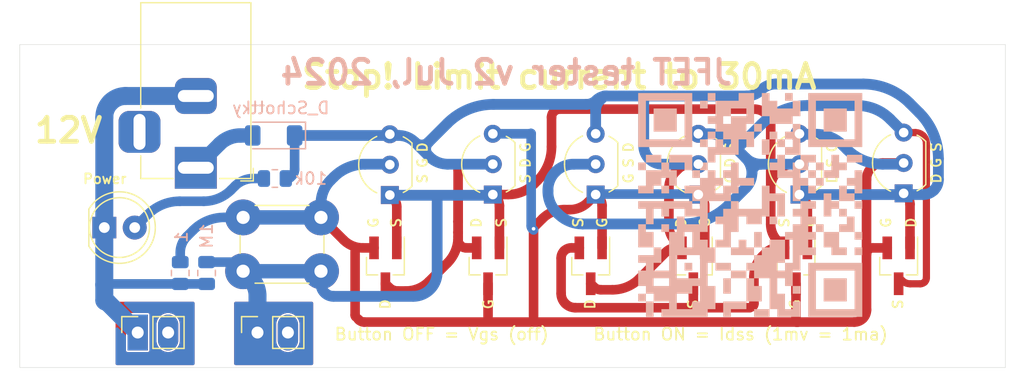
<source format=kicad_pcb>
(kicad_pcb (version 20240108) (generator "pcbnew") (generator_version "8.0")
  (title_block (rev "1"))
  (layers (0 "F.Cu" signal "Front") (1 "In1.Cu" signal) (2 "In2.Cu" signal) (31 "B.Cu" signal "Back") (34 "B.Paste" user) (35 "F.Paste" user) (36 "B.SilkS" user "B.Silkscreen") (37 "F.SilkS" user "F.Silkscreen") (38 "B.Mask" user) (39 "F.Mask" user) (44 "Edge.Cuts" user))
  (net 0 "")
  (net 1 "+12V")
  (net 2 "Net-(D1-A)")
  (net 3 "DMM-")
  (net 4 "Net-(D2-A)")
  (net 5 "Net-(Q1-G)")
  (net 6 "DMM+")
  (footprint "Package_TO_SOT_SMD:SOT-23_Handsoldering" (layer "F.Cu") (at 136.54 84.1975 -90)
    (property "Reference" "Q9" (hide yes))
    (property "Value" "Q_NJFET_GDS")
    (pad "1" smd rect (at -1.5 -0.95 270) (size 1.9 0.8) (layers "F.Cu" "F.Paste" "F.Mask") (net 5 "Net-(Q1-G)"))
    (pad "2" smd rect (at -1.5 0.95 270) (size 1.9 0.8) (layers "F.Cu" "F.Paste" "F.Mask") (net 1 "+12V"))
    (pad "3" smd rect (at 1.5 0 270) (size 1.9 0.8) (layers "F.Cu" "F.Paste" "F.Mask") (net 6 "DMM+"))
  )
  (footprint "Package_TO_SOT_THT:TO-92_Inline_Wide" (layer "F.Cu") (at 154.1 78.14 90)
    (property "Reference" "Q1" (hide yes))
    (property "Value" "Q_NJFET_DGS")
    (pad "1" thru_hole rect (at 0 0 90) (size 1.5 1.5) (drill 0.8) (layers "*.Cu" "*.Mask") (net 1 "+12V"))
    (pad "2" thru_hole circle (at 2.54 0 90) (size 1.5 1.5) (drill 0.8) (layers "*.Cu" "*.Mask") (net 5 "Net-(Q1-G)"))
    (pad "3" thru_hole circle (at 5.08 0 90) (size 1.5 1.5) (drill 0.8) (layers "*.Cu" "*.Mask") (net 6 "DMM+"))
  )
  (footprint "Package_TO_SOT_SMD:SOT-23_Handsoldering" (layer "F.Cu") (at 127.97 84.1975 -90)
    (property "Reference" "Q10" (hide yes))
    (property "Value" "Q_NJFET_GSD")
    (pad "1" smd rect (at -1.5 -0.95 270) (size 1.9 0.8) (layers "F.Cu" "F.Paste" "F.Mask") (net 5 "Net-(Q1-G)"))
    (pad "2" smd rect (at -1.5 0.95 270) (size 1.9 0.8) (layers "F.Cu" "F.Paste" "F.Mask") (net 6 "DMM+"))
    (pad "3" smd rect (at 1.5 0 270) (size 1.9 0.8) (layers "F.Cu" "F.Paste" "F.Mask") (net 1 "+12V"))
  )
  (footprint "Package_TO_SOT_THT:TO-92_Inline_Wide" (layer "F.Cu") (at 119.8 78.24 90)
    (property "Reference" "Q5" (hide yes))
    (property "Value" "Q_NJFET_SDG")
    (pad "1" thru_hole rect (at 0 0 90) (size 1.5 1.5) (drill 0.8) (layers "*.Cu" "*.Mask") (net 6 "DMM+"))
    (pad "2" thru_hole circle (at 2.54 0 90) (size 1.5 1.5) (drill 0.8) (layers "*.Cu" "*.Mask") (net 1 "+12V"))
    (pad "3" thru_hole circle (at 5.08 0 90) (size 1.5 1.5) (drill 0.8) (layers "*.Cu" "*.Mask") (net 5 "Net-(Q1-G)"))
  )
  (footprint "Package_TO_SOT_SMD:SOT-23_Handsoldering" (layer "F.Cu") (at 119.4 84.1975 -90)
    (property "Reference" "Q11" (hide yes))
    (property "Value" "Q_NJFET_SDG")
    (pad "1" smd rect (at -1.5 -0.95 270) (size 1.9 0.8) (layers "F.Cu" "F.Paste" "F.Mask") (net 6 "DMM+"))
    (pad "2" smd rect (at -1.5 0.95 270) (size 1.9 0.8) (layers "F.Cu" "F.Paste" "F.Mask") (net 1 "+12V"))
    (pad "3" smd rect (at 1.5 0 270) (size 1.9 0.8) (layers "F.Cu" "F.Paste" "F.Mask") (net 5 "Net-(Q1-G)"))
  )
  (footprint "LED_THT:LED_D5.0mm" (layer "F.Cu") (at 87.36 81)
    (property "Reference" "D2" (hide yes))
    (property "Value" "OK")
    (pad "1" thru_hole rect (at 0 0) (size 2 1.8) (drill 0.9) (layers "*.Cu" "*.Mask") (net 3 "DMM-"))
    (pad "2" thru_hole circle (at 2.54 0) (size 2 1.8) (drill 0.9) (layers "*.Cu" "*.Mask") (net 4 "Net-(D2-A)"))
  )
  (footprint "Package_TO_SOT_SMD:SOT-23_Handsoldering" (layer "F.Cu") (at 145.11 84.1975 -90)
    (property "Reference" "Q8" (hide yes))
    (property "Value" "Q_NJFET_DSG")
    (pad "1" smd rect (at -1.5 -0.95 270) (size 1.9 0.8) (layers "F.Cu" "F.Paste" "F.Mask") (net 1 "+12V"))
    (pad "2" smd rect (at -1.5 0.95 270) (size 1.9 0.8) (layers "F.Cu" "F.Paste" "F.Mask") (net 6 "DMM+"))
    (pad "3" smd rect (at 1.5 0 270) (size 1.9 0.8) (layers "F.Cu" "F.Paste" "F.Mask") (net 5 "Net-(Q1-G)"))
  )
  (footprint "Button_Switch_THT:SW_PUSH_6mm" (layer "F.Cu") (at 98.95 80.15)
    (property "Reference" "SW1" (hide yes))
    (property "Value" "B1")
    (pad "1" thru_hole circle (at 0 0 90) (size 3 2) (drill 1.1) (layers "*.Cu" "*.Mask") (net 5 "Net-(Q1-G)"))
    (pad "1" thru_hole circle (at 6.5 0 90) (size 3 2) (drill 1.1) (layers "*.Cu" "*.Mask") (net 5 "Net-(Q1-G)"))
    (pad "2" thru_hole circle (at 0 4.5 90) (size 3 2) (drill 1.1) (layers "*.Cu" "*.Mask") (net 6 "DMM+"))
    (pad "2" thru_hole circle (at 6.5 4.5 90) (size 3 2) (drill 1.1) (layers "*.Cu" "*.Mask") (net 6 "DMM+"))
  )
  (footprint "Package_TO_SOT_THT:TO-92_Inline_Wide" (layer "F.Cu") (at 128.384 78.24 90)
    (property "Reference" "Q4" (hide yes))
    (property "Value" "Q_NJFET_GSD")
    (pad "1" thru_hole rect (at 0 0 90) (size 1.5 1.5) (drill 0.8) (layers "*.Cu" "*.Mask") (net 5 "Net-(Q1-G)"))
    (pad "2" thru_hole circle (at 2.54 0 90) (size 1.5 1.5) (drill 0.8) (layers "*.Cu" "*.Mask") (net 6 "DMM+"))
    (pad "3" thru_hole circle (at 5.08 0 90) (size 1.5 1.5) (drill 0.8) (layers "*.Cu" "*.Mask") (net 1 "+12V"))
  )
  (footprint "Connector_BarrelJack:BarrelJack_Horizontal" (layer "F.Cu") (at 95 76 -90)
    (property "Reference" "J1" (hide yes))
    (property "Value" "Barrel_Jack")
    (pad "1" thru_hole rect (at 0 0 270) (size 3.5 3.5) (drill oval 1 3) (layers "*.Cu" "*.Mask") (net 2 "Net-(D1-A)"))
    (pad "2" thru_hole roundrect (at -6 0 270) (size 3 3.5) (drill oval 1 3) (layers "*.Cu" "*.Mask") (net 3 "DMM-"))
    (pad "3" thru_hole roundrect (at -3 4.7 270) (size 3.5 3.5) (drill oval 3 1) (layers "*.Cu" "*.Mask"))
  )
  (footprint "Package_TO_SOT_THT:TO-92_Inline_Wide" (layer "F.Cu") (at 136.956 78.24 90)
    (property "Reference" "Q3" (hide yes))
    (property "Value" "Q_NJFET_GDS")
    (pad "1" thru_hole rect (at 0 0 90) (size 1.5 1.5) (drill 0.8) (layers "*.Cu" "*.Mask") (net 5 "Net-(Q1-G)"))
    (pad "2" thru_hole circle (at 2.54 0 90) (size 1.5 1.5) (drill 0.8) (layers "*.Cu" "*.Mask") (net 1 "+12V"))
    (pad "3" thru_hole circle (at 5.08 0 90) (size 1.5 1.5) (drill 0.8) (layers "*.Cu" "*.Mask") (net 6 "DMM+"))
  )
  (footprint "Package_TO_SOT_SMD:SOT-23_Handsoldering" (layer "F.Cu") (at 153.68 84.1975 -90)
    (property "Reference" "Q7" (hide yes))
    (property "Value" "Q_NJFET_DGS")
    (pad "1" smd rect (at -1.5 -0.95 270) (size 1.9 0.8) (layers "F.Cu" "F.Paste" "F.Mask") (net 1 "+12V"))
    (pad "2" smd rect (at -1.5 0.95 270) (size 1.9 0.8) (layers "F.Cu" "F.Paste" "F.Mask") (net 5 "Net-(Q1-G)"))
    (pad "3" smd rect (at 1.5 0 270) (size 1.9 0.8) (layers "F.Cu" "F.Paste" "F.Mask") (net 6 "DMM+"))
  )
  (footprint "Package_TO_SOT_THT:TO-92_Inline_Wide" (layer "F.Cu") (at 111.2 78.28 90)
    (property "Reference" "Q6" (hide yes))
    (property "Value" "Q_NJFET_SGD")
    (pad "1" thru_hole rect (at 0 0 90) (size 1.5 1.5) (drill 0.8) (layers "*.Cu" "*.Mask") (net 6 "DMM+"))
    (pad "2" thru_hole circle (at 2.54 0 90) (size 1.5 1.5) (drill 0.8) (layers "*.Cu" "*.Mask") (net 5 "Net-(Q1-G)"))
    (pad "3" thru_hole circle (at 5.08 0 90) (size 1.5 1.5) (drill 0.8) (layers "*.Cu" "*.Mask") (net 1 "+12V"))
  )
  (footprint "Connector_PinSocket_2.54mm:PinSocket_1x02_P2.54mm_Vertical" (layer "F.Cu") (at 100.15 89.775 90)
    (property "Reference" "TP1" (hide yes))
    (property "Value" "DMM+")
    (pad "1" thru_hole rect (at 0 0 90) (size 3 1.7) (drill 1) (layers "*.Cu" "*.Mask") (net 6 "DMM+"))
    (pad "2" thru_hole oval (at 0 2.54 90) (size 3 1.7) (drill 1) (layers "*.Cu" "*.Mask"))
  )
  (footprint "MountingHole:MountingHole_3.2mm_M3" (layer "F.Cu") (at 83.8 89.2)
    (property "Reference" "H2" (hide yes))
    (property "Value" "MountingHole")
    (pad "" np_thru_hole circle (at 0 0) (size 3.2 3.2) (drill 3.2) (layers "*.Cu" "*.Mask"))
  )
  (footprint "Package_TO_SOT_THT:TO-92_Inline_Wide" (layer "F.Cu") (at 145.4 78.24 90)
    (property "Reference" "Q2" (hide yes))
    (property "Value" "Q_NJFET_DSG")
    (pad "1" thru_hole rect (at 0 0 90) (size 1.5 1.5) (drill 0.8) (layers "*.Cu" "*.Mask") (net 1 "+12V"))
    (pad "2" thru_hole circle (at 2.54 0 90) (size 1.5 1.5) (drill 0.8) (layers "*.Cu" "*.Mask") (net 6 "DMM+"))
    (pad "3" thru_hole circle (at 5.08 0 90) (size 1.5 1.5) (drill 0.8) (layers "*.Cu" "*.Mask") (net 5 "Net-(Q1-G)"))
  )
  (footprint "MountingHole:MountingHole_3.2mm_M3" (layer "F.Cu") (at 159 89.2)
    (property "Reference" "H4" (hide yes))
    (property "Value" "MountingHole")
    (pad "" np_thru_hole circle (at 0 0) (size 3.2 3.2) (drill 3.2) (layers "*.Cu" "*.Mask"))
  )
  (footprint "Connector_PinSocket_2.54mm:PinSocket_1x02_P2.54mm_Vertical" (layer "F.Cu") (at 90.15 89.775 90)
    (property "Reference" "TP2" (hide yes))
    (property "Value" "DMM-")
    (pad "1" thru_hole rect (at 0 0 90) (size 3 1.7) (drill 1) (layers "*.Cu" "*.Mask") (net 3 "DMM-"))
    (pad "2" thru_hole oval (at 0 2.54 90) (size 3 1.7) (drill 1) (layers "*.Cu" "*.Mask"))
  )
  (footprint "Package_TO_SOT_SMD:SOT-23_Handsoldering" (layer "F.Cu") (at 110.83 84.1975 -90)
    (property "Reference" "Q12" (hide yes))
    (property "Value" "Q_NJFET_SGD")
    (pad "1" smd rect (at -1.5 -0.95 270) (size 1.9 0.8) (layers "F.Cu" "F.Paste" "F.Mask") (net 6 "DMM+"))
    (pad "2" smd rect (at -1.5 0.95 270) (size 1.9 0.8) (layers "F.Cu" "F.Paste" "F.Mask") (net 5 "Net-(Q1-G)"))
    (pad "3" smd rect (at 1.5 0 270) (size 1.9 0.8) (layers "F.Cu" "F.Paste" "F.Mask") (net 1 "+12V"))
  )
  (footprint "MountingHole:MountingHole_3.2mm_M3" (layer "F.Cu") (at 83.8 69.2)
    (property "Reference" "H1" (hide yes))
    (property "Value" "MountingHole")
    (pad "" np_thru_hole circle (at 0 0) (size 3.2 3.2) (drill 3.2) (layers "*.Cu" "*.Mask"))
  )
  (footprint "MountingHole:MountingHole_3.2mm_M3" (layer "F.Cu") (at 159 69.2)
    (property "Reference" "H3" (hide yes))
    (property "Value" "MountingHole")
    (pad "" np_thru_hole circle (at 0 0) (size 3.2 3.2) (drill 3.2) (layers "*.Cu" "*.Mask"))
  )
  (footprint "Resistor_SMD:R_0805_2012Metric" (layer "B.Cu") (at 93.7 84.8 -90)
    (property "Reference" "R2" (hide yes))
    (property "Value" "1" (at -3 -0.1 90) (layer "B.SilkS") (effects (justify mirror)))
    (pad "1" smd roundrect (at -0.9125 0 270) (size 1.025 1.4) (layers "B.Cu" "B.Paste" "B.Mask") (roundrect_rratio 0.243902) (net 5 "Net-(Q1-G)"))
    (pad "2" smd roundrect (at 0.9125 0 270) (size 1.025 1.4) (layers "B.Cu" "B.Paste" "B.Mask") (roundrect_rratio 0.243902) (net 3 "DMM-"))
  )
  (footprint "Diode_SMD:D_MiniMELF" (layer "B.Cu") (at 101.5 73.3 180)
    (property "Reference" "D1" (hide yes))
    (property "Value" "D_Schottky" (at -0.6 2.3 0) (layer "B.SilkS") (effects (justify mirror)))
    (pad "1" smd roundrect (at -1.75 0 180) (size 1.3 1.7) (layers "B.Cu" "B.Paste" "B.Mask") (roundrect_rratio 0.1923076923) (net 1 "+12V"))
    (pad "2" smd roundrect (at 1.75 0 180) (size 1.3 1.7) (layers "B.Cu" "B.Paste" "B.Mask") (roundrect_rratio 0.1923076923) (net 2 "Net-(D1-A)"))
  )
  (footprint "LOGO" (layer "B.Cu") (at 141.3 79.1 180)
    (property "Reference" "G***" (hide yes))
    (property "Value" "LOGO" (hide yes))
  )
  (footprint "Resistor_SMD:R_0805_2012Metric" (layer "B.Cu") (at 95.9 84.8 -90)
    (property "Reference" "R1" (hide yes))
    (property "Value" "1M" (at -3.1 0 90) (layer "B.SilkS") (effects (justify mirror)))
    (pad "1" smd roundrect (at -0.9125 0 270) (size 1.025 1.4) (layers "B.Cu" "B.Paste" "B.Mask") (roundrect_rratio 0.243902) (net 6 "DMM+"))
    (pad "2" smd roundrect (at 0.9125 0 270) (size 1.025 1.4) (layers "B.Cu" "B.Paste" "B.Mask") (roundrect_rratio 0.243902) (net 3 "DMM-"))
  )
  (footprint "Resistor_SMD:R_0805_2012Metric" (layer "B.Cu") (at 101.6 76.9 180)
    (property "Reference" "R3" (hide yes))
    (property "Value" "10k" (at -3 0 0) (layer "B.SilkS") (effects (justify mirror)))
    (pad "1" smd roundrect (at -0.9125 0 180) (size 1.025 1.4) (layers "B.Cu" "B.Paste" "B.Mask") (roundrect_rratio 0.243902) (net 1 "+12V"))
    (pad "2" smd roundrect (at 0.9125 0 180) (size 1.025 1.4) (layers "B.Cu" "B.Paste" "B.Mask") (roundrect_rratio 0.243902) (net 4 "Net-(D2-A)"))
  )
  (gr_rect (start 80.3 65.7) (end 162.6 92.7) (stroke (width 0.0381)) (fill none) (layer "Edge.Cuts"))
  (gr_text "JFET tester v2 Jul, 2024" (at 140 69.2 0) (layer "B.SilkS") (effects (font (size 2 2) (thickness 0.4) (bold yes)) (justify left bottom mirror)))
  (gr_text "D" (at 148.6 77.4 90) (layer "F.SilkS") (effects (font (size 0.8128 0.8128) (thickness 0.1524) (bold yes)) (justify left bottom)))
  (gr_text "S" (at 148.6 76.080648 90) (layer "F.SilkS") (effects (font (size 0.8128 0.8128) (thickness 0.1524) (bold yes)) (justify left bottom)))
  (gr_text "S" (at 121 81.080648 90) (layer "F.SilkS") (effects (font (size 0.8128 0.8128) (thickness 0.1524) (bold yes)) (justify left bottom)))
  (gr_text "G" (at 140.1 77.4 90) (layer "F.SilkS") (effects (font (size 0.8128 0.8128) (thickness 0.1524) (bold yes)) (justify left bottom)))
  (gr_text "S" (at 112.2 81.080648 90) (layer "F.SilkS") (effects (font (size 0.8128 0.8128) (thickness 0.1524) (bold yes)) (justify left bottom)))
  (gr_text "G" (at 148.6 74.8 90) (layer "F.SilkS") (effects (font (size 0.8128 0.8128) (thickness 0.1524) (bold yes)) (justify left bottom)))
  (gr_text "S" (at 131.6 76.080648 90) (layer "F.SilkS") (effects (font (size 0.8128 0.8128) (thickness 0.1524) (bold yes)) (justify left bottom)))
  (gr_text "D" (at 157.3 77.4 90) (layer "F.SilkS") (effects (font (size 0.8128 0.8128) (thickness 0.1524) (bold yes)) (justify left bottom)))
  (gr_text "Power" (at 85.5 77.4 0) (layer "F.SilkS") (effects (font (size 0.8128 0.8128) (thickness 0.1524) (bold yes)) (justify left bottom)))
  (gr_text "G" (at 145.5 87.919352 90) (layer "F.SilkS") (effects (font (size 0.8128 0.8128) (thickness 0.1524) (bold yes)) (justify left bottom)))
  (gr_text "D" (at 118.9 81.1 90) (layer "F.SilkS") (effects (font (size 0.8128 0.8128) (thickness 0.1524) (bold yes)) (justify left bottom)))
  (gr_text "G" (at 137.976237 81.1 90) (layer "F.SilkS") (effects (font (size 0.8128 0.8128) (thickness 0.1524) (bold yes)) (justify left bottom)))
  (gr_text "G" (at 114.4 76.1 90) (layer "F.SilkS") (effects (font (size 0.8128 0.8128) (thickness 0.1524) (bold yes)) (justify left bottom)))
  (gr_text "G" (at 123 74.8 90) (layer "F.SilkS") (effects (font (size 0.8128 0.8128) (thickness 0.1524) (bold yes)) (justify left bottom)))
  (gr_text "D" (at 114.4 74.8 90) (layer "F.SilkS") (effects (font (size 0.8128 0.8128) (thickness 0.1524) (bold yes)) (justify left bottom)))
  (gr_text "G" (at 119.9 87.919352 90) (layer "F.SilkS") (effects (font (size 0.8128 0.8128) (thickness 0.1524) (bold yes)) (justify left bottom)))
  (gr_text "12V" (at 81.35 74.05 0) (layer "F.SilkS") (effects (font (size 2 2) (thickness 0.4) (bold yes)) (justify left bottom)))
  (gr_text "G" (at 153.1 81.1 90) (layer "F.SilkS") (effects (font (size 0.8128 0.8128) (thickness 0.1524) (bold yes)) (justify left bottom)))
  (gr_text "D" (at 111.3 87.919352 90) (layer "F.SilkS") (effects (font (size 0.8128 0.8128) (thickness 0.1524) (bold yes)) (justify left bottom)))
  (gr_text "D" (at 140.1 76.1 90) (layer "F.SilkS") (effects (font (size 0.8128 0.8128) (thickness 0.1524) (bold yes)) (justify left bottom)))
  (gr_text "Button ON = Idss (1mv = 1ma)" (at 128.1 90.5 0) (layer "F.SilkS") (effects (font (size 1 1) (thickness 0.1524) (bold yes)) (justify left bottom)))
  (gr_text "Stop! Limit current to 30mA" (at 103.65 69.55 0) (layer "F.SilkS") (effects (font (size 2 2) (thickness 0.4) (bold yes)) (justify left bottom)))
  (gr_text "S" (at 144.6 81.080648 90) (layer "F.SilkS") (effects (font (size 0.8128 0.8128) (thickness 0.1524) (bold yes)) (justify left bottom)))
  (gr_text "G" (at 157.3 76.1 90) (layer "F.SilkS") (effects (font (size 0.8128 0.8128) (thickness 0.1524) (bold yes)) (justify left bottom)))
  (gr_text "G" (at 129.4 81.1 90) (layer "F.SilkS") (effects (font (size 0.8128 0.8128) (thickness 0.1524) (bold yes)) (justify left bottom)))
  (gr_text "D" (at 128.4 87.919352 90) (layer "F.SilkS") (effects (font (size 0.8128 0.8128) (thickness 0.1524) (bold yes)) (justify left bottom)))
  (gr_text "Button OFF = Vgs (off)" (at 106.5 90.5 0) (layer "F.SilkS") (effects (font (size 1 1) (thickness 0.1524) (bold yes)) (justify left bottom)))
  (gr_text "S" (at 127.4 81.080648 90) (layer "F.SilkS") (effects (font (size 0.8128 0.8128) (thickness 0.1524) (bold yes)) (justify left bottom)))
  (gr_text "D" (at 136 81.1 90) (layer "F.SilkS") (effects (font (size 0.8128 0.8128) (thickness 0.1524) (bold yes)) (justify left bottom)))
  (gr_text "S" (at 123 77.4 90) (layer "F.SilkS") (effects (font (size 0.8128 0.8128) (thickness 0.1524) (bold yes)) (justify left bottom)))
  (gr_text "D" (at 131.6 74.8 90) (layer "F.SilkS") (effects (font (size 0.8128 0.8128) (thickness 0.1524) (bold yes)) (justify left bottom)))
  (gr_text "S" (at 137 87.9 90) (layer "F.SilkS") (effects (font (size 0.8128 0.8128) (thickness 0.1524) (bold yes)) (justify left bottom)))
  (gr_text "S" (at 157.3 74.761295 90) (layer "F.SilkS") (effects (font (size 0.8128 0.8128) (thickness 0.1524) (bold yes)) (justify left bottom)))
  (gr_text "G" (at 110.3 81.1 90) (layer "F.SilkS") (effects (font (size 0.8128 0.8128) (thickness 0.1524) (bold yes)) (justify left bottom)))
  (gr_text "G" (at 131.6 77.4 90) (layer "F.SilkS") (effects (font (size 0.8128 0.8128) (thickness 0.1524) (bold yes)) (justify left bottom)))
  (gr_text "S" (at 154.1 87.9 90) (layer "F.SilkS") (effects (font (size 0.8128 0.8128) (thickness 0.1524) (bold yes)) (justify left bottom)))
  (gr_text "S" (at 140.1 74.761295 90) (layer "F.SilkS") (effects (font (size 0.8128 0.8128) (thickness 0.1524) (bold yes)) (justify left bottom)))
  (gr_text "D" (at 123 76.1 90) (layer "F.SilkS") (effects (font (size 0.8128 0.8128) (thickness 0.1524) (bold yes)) (justify left bottom)))
  (gr_text "D" (at 146.6 81.1 90) (layer "F.SilkS") (effects (font (size 0.8128 0.8128) (thickness 0.1524) (bold yes)) (justify left bottom)))
  (gr_text "D" (at 155.2 81.1 90) (layer "F.SilkS") (effects (font (size 0.8128 0.8128) (thickness 0.1524) (bold yes)) (justify left bottom)))
  (gr_text "S" (at 114.4 77.4 90) (layer "F.SilkS") (effects (font (size 0.8128 0.8128) (thickness 0.1524) (bold yes)) (justify left bottom)))
  (segment (start 116.9 81.4) (end 116.9 82.018925) (width 0.8) (layer "F.Cu") (net 1))
  (segment (start 116.9 81.4) (end 116.9 81.785) (width 0.8001) (layer "F.Cu") (net 1))
  (segment (start 135.045 82.1525) (end 135.59 82.6975) (width 0.8) (layer "F.Cu") (net 1))
  (segment (start 154.63 79.044766) (end 154.63 82.6975) (width 0.8) (layer "F.Cu") (net 1))
  (segment (start 117.412132 75.7) (end 119.8 75.7) (width 0.8001) (layer "F.Cu") (net 1))
  (segment (start 136.321 75.7) (end 136.956 75.7) (width 0.8) (layer "F.Cu") (net 1))
  (segment (start 146.06 79.36669) (end 146.06 82.6975) (width 0.8) (layer "F.Cu") (net 1))
  (segment (start 154.365 78.405) (end 154.1 78.14) (width 0.8) (layer "F.Cu") (net 1))
  (segment (start 135.09625 82.6975) (end 135.59 82.6975) (width 0.8) (layer "F.Cu") (net 1))
  (segment (start 134.5 77.724628) (end 134.5 80.836753) (width 0.8) (layer "F.Cu") (net 1))
  (segment (start 116.9 81.4) (end 116.9 80.5) (width 0.8001) (layer "F.Cu") (net 1))
  (segment (start 116.9 76.212132) (end 116.9 78.7) (width 0.8001) (layer "F.Cu") (net 1))
  (segment (start 116.9 78.7) (end 116.9 80.5) (width 0.8001) (layer "F.Cu") (net 1))
  (segment (start 129.78625 86.2) (end 128.827821 86.2) (width 0.8) (layer "F.Cu") (net 1))
  (segment (start 112.55125 86.3) (end 111.858531 86.3) (width 0.8001) (layer "F.Cu") (net 1))
  (segment (start 128.22125 85.94875) (end 127.97 85.6975) (width 0.8) (layer "F.Cu") (net 1))
  (segment (start 134.253365 83.046633) (end 132.028961 85.271038) (width 0.8) (layer "F.Cu") (net 1))
  (segment (start 116.9 80.5) (end 116.9 78.7) (width 0.8001) (layer "F.Cu") (net 1))
  (segment (start 111.13125 85.99875) (end 110.83 85.6975) (width 0.8001) (layer "F.Cu") (net 1))
  (segment (start 117.578574 82.6975) (end 118.45 82.6975) (width 0.8) (layer "F.Cu") (net 1))
  (segment (start 116.9 81.4) (end 116.9 80.5) (width 0.8001) (layer "F.Cu") (net 1))
  (segment (start 145.73 78.57) (end 145.4 78.24) (width 0.8) (layer "F.Cu") (net 1))
  (segment (start 135.236987 76.149012) (end 135.092999 76.292999) (width 0.8) (layer "F.Cu") (net 1))
  (segment (start 115.991367 83.978632) (end 114.461075 85.508924) (width 0.8001) (layer "F.Cu") (net 1))
  (arc (start 117.578574 82.6975) (mid 117.318895 82.645846) (end 117.09875 82.49875) (width 0.8) (layer "F.Cu") (net 1))
  (arc (start 116.9 82.018925) (mid 116.951653 82.278604) (end 117.09875 82.49875) (width 0.8) (layer "F.Cu") (net 1))
  (arc (start 112.55125 86.3) (mid 113.58484 86.094406) (end 114.461075 85.508924) (width 0.8001) (layer "F.Cu") (net 1))
  (arc (start 111.858531 86.3) (mid 111.464929 86.221707) (end 111.13125 85.99875) (width 0.8001) (layer "F.Cu") (net 1))
  (arc (start 117.05 75.85) (mid 116.938983 76.016147) (end 116.9 76.212132) (width 0.8001) (layer "F.Cu") (net 1))
  (arc (start 154.365 78.405) (mid 154.561128 78.698527) (end 154.63 79.044766) (width 0.8) (layer "F.Cu") (net 1))
  (arc (start 135.236987 76.149012) (mid 135.734336 75.816694) (end 136.321 75.7) (width 0.8) (layer "F.Cu") (net 1))
  (arc (start 135.045 82.1525) (mid 134.64164 81.54883) (end 134.5 80.836753) (width 0.8) (layer "F.Cu") (net 1))
  (arc (start 117.412132 75.7) (mid 117.216147 75.738983) (end 117.05 75.85) (width 0.8001) (layer "F.Cu") (net 1))
  (arc (start 128.22125 85.94875) (mid 128.499547 86.134702) (end 128.827821 86.2) (width 0.8) (layer "F.Cu") (net 1))
  (arc (start 129.78625 86.2) (mid 130.999996 85.95857) (end 132.028961 85.271038) (width 0.8) (layer "F.Cu") (net 1))
  (arc (start 116.9 81.785) (mid 116.663853 82.972185) (end 115.991367 83.978632) (width 0.8001) (layer "F.Cu") (net 1))
  (arc (start 116.9 81.4) (mid 116.9 81.4) (end 116.9 81.4) (width 0.8) (layer "F.Cu") (net 1))
  (arc (start 145.73 78.57) (mid 145.974235 78.935524) (end 146.06 79.36669) (width 0.8) (layer "F.Cu") (net 1))
  (arc (start 135.09625 82.6975) (mid 134.640084 82.788236) (end 134.253365 83.046633) (width 0.8) (layer "F.Cu") (net 1))
  (arc (start 134.5 77.724628) (mid 134.654115 76.949836) (end 135.092999 76.292999) (width 0.8) (layer "F.Cu") (net 1))
  (arc (start 116.9 80.5) (mid 116.9 80.5) (end 116.9 80.5) (width 0.8001) (layer "F.Cu") (net 1))
  (segment (start 155.409009 71.409009) (end 154.593792 70.593792) (width 0.9) (layer "B.Cu") (net 1))
  (segment (start 116.028025 75.7) (end 119.812 75.7) (width 0.9) (layer "B.Cu") (net 1))
  (segment (start 119.843963 70.7) (end 127.608698 70.7) (width 0.9) (layer "B.Cu") (net 1))
  (segment (start 143.408628 69) (end 150.746036 69) (width 0.9) (layer "B.Cu") (net 1))
  (segment (start 155.73674 78.24) (end 145.4 78.24) (width 0.9) (layer "B.Cu") (net 1))
  (segment (start 103.25 73.3) (end 111.930969 73.3) (width 0.9) (layer "B.Cu") (net 1))
  (segment (start 128.742 70.360152) (end 129.1 70.002152) (width 0.9) (layer "B.Cu") (net 1))
  (segment (start 128.384 71.22444) (end 128.384 73.16) (width 0.9) (layer "B.Cu") (net 1))
  (segment (start 132.4 74.163603) (end 132.4 70.002152) (width 0.9) (layer "B.Cu") (net 1))
  (segment (start 102.901646 76.798353) (end 103.025 76.675) (width 0.8) (layer "B.Cu") (net 1))
  (segment (start 103.25 76.131801) (end 103.25 73.3) (width 0.8) (layer "B.Cu") (net 1))
  (segment (start 140.989219 70.002152) (end 129.293453 70.002152) (width 0.9) (layer "B.Cu") (net 1))
  (segment (start 133.936396 75.7) (end 136.956 75.7) (width 0.9) (layer "B.Cu") (net 1))
  (segment (start 102.65625 76.9) (end 102.5125 76.9) (width 0.8) (layer "B.Cu") (net 1))
  (segment (start 157 76.97674) (end 157 75.25) (width 0.9) (layer "B.Cu") (net 1))
  (segment (start 113.295 73.865) (end 114.425 74.995) (width 0.9) (layer "B.Cu") (net 1))
  (segment (start 115.996207 72.293792) (end 114.425 73.865) (width 0.9) (layer "B.Cu") (net 1))
  (segment (start 114.425 74.995) (end 114.495 75.065) (width 0.9) (layer "B.Cu") (net 1))
  (arc (start 114.495 75.065) (mid 115.198357 75.534968) (end 116.028025 75.7) (width 0.9) (layer "B.Cu") (net 1))
  (arc (start 140.989219 70.002152) (mid 141.643906 69.871926) (end 142.198924 69.501076) (width 0.9) (layer "B.Cu") (net 1))
  (arc (start 128.742 70.360152) (mid 128.477041 70.75669) (end 128.384 71.22444) (width 0.9) (layer "B.Cu") (net 1))
  (arc (start 157 76.97674) (mid 156.90384 77.460169) (end 156.63 77.87) (width 0.9) (layer "B.Cu") (net 1))
  (arc (start 113.295 73.865) (mid 113.86 74.09903) (end 114.425 73.865) (width 0.9) (layer "B.Cu") (net 1))
  (arc (start 127.608698 70.7) (mid 128.064589 70.609317) (end 128.451076 70.351076) (width 0.9) (layer "B.Cu") (net 1))
  (arc (start 115.996207 72.293792) (mid 117.761572 71.114213) (end 119.843963 70.7) (width 0.9) (layer "B.Cu") (net 1))
  (arc (start 114.425 74.995) (mid 114.190969 74.43) (end 114.425 73.865) (width 0.9) (layer "B.Cu") (net 1))
  (arc (start 155.73674 78.24) (mid 156.220169 78.14384) (end 156.63 77.87) (width 0.9) (layer "B.Cu") (net 1))
  (arc (start 113.295 73.865) (mid 112.669177 73.446838) (end 111.930969 73.3) (width 0.9) (layer "B.Cu") (net 1))
  (arc (start 143.408628 69) (mid 142.753941 69.130225) (end 142.198924 69.501076) (width 0.9) (layer "B.Cu") (net 1))
  (arc (start 132.85 75.25) (mid 132.516951 74.751556) (end 132.4 74.163603) (width 0.9) (layer "B.Cu") (net 1))
  (arc (start 150.746036 69) (mid 152.828426 69.414213) (end 154.593792 70.593792) (width 0.9) (layer "B.Cu") (net 1))
  (arc (start 155.409009 71.409009) (mid 156.586514 73.17127) (end 157 75.25) (width 0.9) (layer "B.Cu") (net 1))
  (arc (start 132.85 75.25) (mid 133.348442 75.583048) (end 133.936396 75.7) (width 0.9) (layer "B.Cu") (net 1))
  (arc (start 129.293453 70.002152) (mid 128.837561 70.092834) (end 128.451076 70.351076) (width 0.9) (layer "B.Cu") (net 1))
  (arc (start 102.901646 76.798353) (mid 102.789057 76.873582) (end 102.65625 76.9) (width 0.8) (layer "B.Cu") (net 1))
  (arc (start 103.25 76.131801) (mid 103.191524 76.425778) (end 103.025 76.675) (width 0.8) (layer "B.Cu") (net 1))
  (segment (start 98.725 73.3) (end 99.75 73.3) (width 1.2) (layer "B.Cu") (net 2))
  (segment (start 96.975215 74.024784) (end 95 76) (width 1.2) (layer "B.Cu") (net 2))
  (arc (start 98.725 73.3) (mid 97.778023 73.488365) (end 96.975215 74.024784) (width 1.2) (layer "B.Cu") (net 2))
  (segment (start 87.36 81) (end 87.36 85.738128) (width 1.5) (layer "B.Cu") (net 3))
  (segment (start 87.509371 85.7125) (end 93.7 85.7125) (width 0.8) (layer "B.Cu") (net 3))
  (segment (start 93.7 85.7125) (end 95.9 85.7125) (width 0.8) (layer "B.Cu") (net 3))
  (segment (start 87.36 87.085) (end 87.36 85.861871) (width 1.5) (layer "B.Cu") (net 3))
  (segment (start 87.36 85.738128) (end 87.36 85.861871) (width 1.5) (layer "B.Cu") (net 3))
  (segment (start 87.36 71.775391) (end 87.36 81) (width 1.5) (layer "B.Cu") (net 3))
  (segment (start 89.135391 70) (end 95 70) (width 1.5) (layer "B.Cu") (net 3))
  (segment (start 87.63071 87.25571) (end 90.15 89.775) (width 1.5) (layer "B.Cu") (net 3))
  (arc (start 89.135391 70) (mid 88.455978 70.135143) (end 87.88 70.52) (width 1.5) (layer "B.Cu") (net 3))
  (arc (start 87.40375 85.75625) (mid 87.37137 85.804709) (end 87.36 85.861871) (width 0.8) (layer "B.Cu") (net 3))
  (arc (start 87.509371 85.7125) (mid 87.452209 85.72387) (end 87.40375 85.75625) (width 0.8) (layer "B.Cu") (net 3))
  (arc (start 87.36 87.085) (mid 87.389289 87.15571) (end 87.46 87.185) (width 1.5) (layer "B.Cu") (net 3))
  (arc (start 87.36 71.775391) (mid 87.495143 71.095978) (end 87.88 70.52) (width 1.5) (layer "B.Cu") (net 3))
  (arc (start 87.36 85.738128) (mid 87.37582 85.761805) (end 87.40375 85.75625) (width 1.5) (layer "B.Cu") (net 3))
  (arc (start 87.63071 87.25571) (mid 87.552387 87.203376) (end 87.46 87.185) (width 1.5) (layer "B.Cu") (net 3))
  (segment (start 99.79375 76.9) (end 100.6875 76.9) (width 0.8) (layer "B.Cu") (net 4))
  (segment (start 93.655634 78.8) (end 95.656497 78.8) (width 0.8) (layer "B.Cu") (net 4))
  (segment (start 98.268023 77.531976) (end 97.95 77.85) (width 0.8) (layer "B.Cu") (net 4))
  (segment (start 91 79.9) (end 89.9 81) (width 0.8) (layer "B.Cu") (net 4))
  (arc (start 91 79.9) (mid 92.218415 79.08588) (end 93.655634 78.8) (width 0.8) (layer "B.Cu") (net 4))
  (arc (start 99.79375 76.9) (mid 98.968032 77.064245) (end 98.268023 77.531976) (width 0.8) (layer "B.Cu") (net 4))
  (arc (start 97.95 77.85) (mid 96.897731 78.553103) (end 95.656497 78.8) (width 0.8) (layer "B.Cu") (net 4))
  (segment (start 137.49 79.151595) (end 137.49 82.6975) (width 0.8) (layer "F.Cu") (net 5))
  (segment (start 151.516399 82.6975) (end 152.73 82.6975) (width 0.8) (layer "F.Cu") (net 5))
  (segment (start 151 82.7861) (end 151 76.965685) (width 0.8) (layer "F.Cu") (net 5))
  (segment (start 128.92 79.155009) (end 128.92 82.6975) (width 0.8) (layer "F.Cu") (net 5))
  (segment (start 119.4 85.6975) (end 119.4 88.427) (width 0.8) (layer "F.Cu") (net 5))
  (segment (start 107.331935 82.031935) (end 105.45 80.15) (width 0.8) (layer "F.Cu") (net 5))
  (segment (start 109.06375 88.9) (end 145.13636 88.9) (width 0.8) (layer "F.Cu") (net 5))
  (segment (start 145.11 88.74636) (end 145.11 85.6975) (width 0.8) (layer "F.Cu") (net 5))
  (segment (start 126.233045 79.5) (end 125.76066 79.5) (width 0.8) (layer "F.Cu") (net 5))
  (segment (start 123.2 81.1) (end 123.2 88.427) (width 0.8) (layer "F.Cu") (net 5))
  (segment (start 145.263639 88.9) (end 145.13636 88.9) (width 0.8) (layer "F.Cu") (net 5))
  (segment (start 108.6135 88.7135) (end 108.552 88.652) (width 0.8) (layer "F.Cu") (net 5))
  (segment (start 108.429 88.529) (end 108.552 88.652) (width 0.6) (layer "F.Cu") (net 5))
  (segment (start 152.365685 75.6) (end 154.1 75.6) (width 0.8) (layer "F.Cu") (net 5))
  (segment (start 149.975735 88.9) (end 145.263639 88.9) (width 0.8) (layer "F.Cu") (net 5))
  (segment (start 151 87.875735) (end 151 83.213899) (width 0.8) (layer "F.Cu") (net 5))
  (segment (start 123.2 81.1) (end 123.2 81.05) (width 0.8) (layer "F.Cu") (net 5))
  (segment (start 151 82.7861) (end 151 83.213899) (width 0.8) (layer "F.Cu") (net 5))
  (segment (start 123.949999 80.249999) (end 123.235355 80.964644) (width 0.8) (layer "F.Cu") (net 5))
  (segment (start 127.754 78.87) (end 128.116 78.508) (width 0.8) (layer "F.Cu") (net 5))
  (segment (start 108.93875 82.6975) (end 109.88 82.6975) (width 0.8) (layer "F.Cu") (net 5))
  (segment (start 137.223 78.507) (end 136.956 78.24) (width 0.8) (layer "F.Cu") (net 5))
  (segment (start 108.3 88.310197) (end 108.3 83) (width 0.8) (layer "F.Cu") (net 5))
  (segment (start 108.3635 88.4635) (end 108.429 88.529) (width 0.6) (layer "F.Cu") (net 5))
  (via (at 123.2 81.1) (size 0.6) (drill 0.3) (layers "F.Cu" "B.Cu") (net 5))
  (arc (start 108.3635 88.4635) (mid 108.316503 88.393164) (end 108.3 88.310197) (width 0.8) (layer "F.Cu") (net 5))
  (arc (start 128.116 78.508) (mid 128.384 78.39699) (end 128.652 78.508) (width 0.8) (layer "F.Cu") (net 5))
  (arc (start 123.2 81.05) (mid 123.209188 81.003805) (end 123.235355 80.964644) (width 0.8) (layer "F.Cu") (net 5))
  (arc (start 151.516399 82.6975) (mid 151.318781 82.736808) (end 151.15125 82.84875) (width 0.8) (layer "F.Cu") (net 5))
  (arc (start 123.949999 80.249999) (mid 124.780737 79.694918) (end 125.76066 79.5) (width 0.8) (layer "F.Cu") (net 5))
  (arc (start 151 82.7861) (mid 151.054694 82.867956) (end 151.15125 82.84875) (width 0.8) (layer "F.Cu") (net 5))
  (arc (start 126.233045 79.5) (mid 127.05618 79.336268) (end 127.754 78.87) (width 0.8) (layer "F.Cu") (net 5))
  (arc (start 149.975735 88.9) (mid 150.367704 88.822032) (end 150.7 88.6) (width 0.8) (layer "F.Cu") (net 5))
  (arc (start 151.15125 82.84875) (mid 151.039308 83.016281) (end 151 83.213899) (width 0.8) (layer "F.Cu") (net 5))
  (arc (start 128.92 79.155009) (mid 128.850349 78.80485) (end 128.652 78.508) (width 0.8) (layer "F.Cu") (net 5))
  (arc (start 108.6135 88.7135) (mid 108.820076 88.85153) (end 109.06375 88.9) (width 0.8) (layer "F.Cu") (net 5))
  (arc (start 145.11 88.74636) (mid 145.121695 88.805155) (end 145.155 88.855) (width 0.8) (layer "F.Cu") (net 5))
  (arc (start 137.49 79.151595) (mid 137.420608 78.802742) (end 137.223 78.507) (width 0.8) (layer "F.Cu") (net 5))
  (arc (start 107.331935 82.031935) (mid 108.069148 82.524525) (end 108.93875 82.6975) (width 0.8) (layer "F.Cu") (net 5))
  (arc (start 145.13636 88.9) (mid 145.160714 88.883727) (end 145.155 88.855) (width 0.8) (layer "F.Cu") (net 5))
  (arc (start 151.4 76) (mid 151.84306 75.703956) (end 152.365685 75.6) (width 0.8) (layer "F.Cu") (net 5))
  (arc (start 151.4 76) (mid 151.103956 76.44306) (end 151 76.965685) (width 0.8) (layer "F.Cu") (net 5))
  (arc (start 150.7 88.6) (mid 150.922032 88.267704) (end 151 87.875735) (width 0.8) (layer "F.Cu") (net 5))
  (arc (start 145.263639 88.9) (mid 145.204844 88.888304) (end 145.155 88.855) (width 0.8) (layer "F.Cu") (net 5))
  (segment (start 123 73.142426) (end 123 80.858578) (width 0.8) (layer "B.Cu") (net 5))
  (segment (start 146.75 73.2) (end 145.4 73.2) (width 0.9) (layer "B.Cu") (net 5))
  (segment (start 109.120279 75.7) (end 111.24 75.7) (width 0.9) (layer "B.Cu") (net 5))
  (segment (start 122.897573 73.16) (end 119.8 73.16) (width 0.8) (layer "B.Cu") (net 5))
  (segment (start 94.775 81.225) (end 94.261266 81.738733) (width 0.8) (layer "B.Cu") (net 5))
  (segment (start 128.384 78.2) (end 136.956 78.2) (width 0.8) (layer "B.Cu") (net 5))
  (segment (start 93.7 83.09375) (end 93.7 83.8875) (width 0.8) (layer "B.Cu") (net 5))
  (segment (start 123.1 81.1) (end 123.2 81.2) (width 0.8) (layer "B.Cu") (net 5))
  (segment (start 149.054594 74.154594) (end 149.362563 74.462563) (width 0.9) (layer "B.Cu") (net 5))
  (segment (start 98.95 80.15) (end 104.3 80.15) (width 1.2) (layer "B.Cu") (net 5))
  (segment (start 98.95 80.15) (end 97.370279 80.15) (width 0.8) (layer "B.Cu") (net 5))
  (segment (start 152.35 75.7) (end 154.1 75.7) (width 0.9) (layer "B.Cu") (net 5))
  (segment (start 106.524999 76.774999) (end 106.263172 77.036827) (width 0.9) (layer "B.Cu") (net 5))
  (arc (start 105.45 79) (mid 105.113172 79.813172) (end 104.3 80.15) (width 0.9) (layer "B.Cu") (net 5))
  (arc (start 94.261266 81.738733) (mid 93.845868 82.36042) (end 93.7 83.09375) (width 0.8) (layer "B.Cu") (net 5))
  (arc (start 94.775 81.225) (mid 95.965724 80.429383) (end 97.370279 80.15) (width 0.8) (layer "B.Cu") (net 5))
  (arc (start 123 80.858578) (mid 123.025989 80.989234) (end 123.1 81.1) (width 0.8) (layer "B.Cu") (net 5))
  (arc (start 109.120279 75.7) (mid 107.715723 75.979383) (end 106.524999 76.774999) (width 0.9) (layer "B.Cu") (net 5))
  (arc (start 149.054594 74.154594) (mid 147.997237 73.44809) (end 146.75 73.2) (width 0.9) (layer "B.Cu") (net 5))
  (arc (start 149.362563 74.462563) (mid 150.73321 75.3784) (end 152.35 75.7) (width 0.9) (layer "B.Cu") (net 5))
  (arc (start 122.897573 73.16) (mid 122.93677 73.152203) (end 122.97 73.13) (width 0.8) (layer "B.Cu") (net 5))
  (arc (start 105.45 79) (mid 105.661336 77.937538) (end 106.263172 77.036827) (width 0.9) (layer "B.Cu") (net 5))
  (arc (start 123 73.142426) (mid 122.989151 73.12619) (end 122.97 73.13) (width 0.8) (layer "B.Cu") (net 5))
  (segment (start 144.16 82.6975) (end 143.58 82.1175) (width 0.8) (layer "F.Cu") (net 6))
  (segment (start 124.7 71.782842) (end 124.7 74.246129) (width 0.8001) (layer "F.Cu") (net 6))
  (segment (start 153.9625 85.4175) (end 153.68 85.135) (width 0.6) (layer "F.Cu") (net 6))
  (segment (start 142.593261 83.106738) (end 142.301249 83.398749) (width 0.8) (layer "F.Cu") (net 6))
  (segment (start 111.78 79.270121) (end 111.78 82.6975) (width 0.8) (layer "F.Cu") (net 6))
  (segment (start 155.078162 73.06) (end 154.1 73.06) (width 0.6) (layer "F.Cu") (net 6))
  (segment (start 111.49 78.57) (end 111.2 78.28) (width 0.8) (layer "F.Cu") (net 6))
  (segment (start 123.265698 77.334745) (end 123.530222 77.070222) (width 0.8001) (layer "F.Cu") (net 6))
  (segment (start 143.58125 82.6975) (end 144.16 82.6975) (width 0.8) (layer "F.Cu") (net 6))
  (segment (start 136.54 87.34) (end 136.54 85.6975) (width 0.8) (layer "F.Cu") (net 6))
  (segment (start 126.694974 87.7) (end 141.258578 87.7) (width 0.8) (layer "F.Cu") (net 6))
  (segment (start 126.357821 82.6975) (end 127.02 82.6975) (width 0.8) (layer "F.Cu") (net 6))
  (segment (start 120.35 79.178908) (end 120.35 82.6975) (width 0.8) (layer "F.Cu") (net 6))
  (segment (start 155.487867 85.7) (end 154.644515 85.7) (width 0.6) (layer "F.Cu") (net 6))
  (segment (start 143.700702 76.177297) (end 143.589 76.289) (width 0.8) (layer "F.Cu") (net 6))
  (segment (start 125.5 86.505025) (end 125.5 83.555321) (width 0.8) (layer "F.Cu") (net 6))
  (segment (start 121.080222 78.24) (end 120.188908 78.24) (width 0.8) (layer "F.Cu") (net 6))
  (segment (start 141.6 87.358578) (end 141.6 85.091717) (width 0.8) (layer "F.Cu") (net 6))
  (segment (start 143 77.710971) (end 143 76.045028) (width 0.8) (layer "F.Cu") (net 6))
  (segment (start 125.382842 71.1) (end 141.634314 71.1) (width 0.8001) (layer "F.Cu") (net 6))
  (segment (start 143 77.710971) (end 143 80.717256) (width 0.8) (layer "F.Cu") (net 6))
  (segment (start 143 72.465685) (end 143 76.045028) (width 0.8) (layer "F.Cu") (net 6))
  (segment (start 156 85.187867) (end 156 73.981837) (width 0.6) (layer "F.Cu") (net 6))
  (segment (start 120.075 78.515) (end 120.4 78.84) (width 0.6) (layer "F.Cu") (net 6))
  (segment (start 144.853 75.7) (end 145.528 75.7) (width 0.8) (layer "F.Cu") (net 6))
  (arc (start 124.7 74.246129) (mid 124.395984 75.774517) (end 123.530222 77.070222) (width 0.8001) (layer "F.Cu") (net 6))
  (arc (start 153.9625 85.4175) (mid 154.275411 85.62658) (end 154.644515 85.7) (width 0.6) (layer "F.Cu") (net 6))
  (arc (start 120.075 78.515) (mid 120.278529 78.819603) (end 120.35 79.178908) (width 0.8) (layer "F.Cu") (net 6))
  (arc (start 120.075 78.515) (mid 120.040079 78.339444) (end 120.188908 78.24) (width 0.8) (layer "F.Cu") (net 6))
  (arc (start 141.6 85.091717) (mid 141.782248 84.175489) (end 142.301249 83.398749) (width 0.8) (layer "F.Cu") (net 6))
  (arc (start 143.58125 82.6975) (mid 143.046554 82.803857) (end 142.593261 83.106738) (width 0.8) (layer "F.Cu") (net 6))
  (arc (start 156 85.187867) (mid 155.961016 85.383852) (end 155.85 85.55) (width 0.6) (layer "F.Cu") (net 6))
  (arc (start 141.6 87.358578) (mid 141.57401 87.489234) (end 141.5 87.6) (width 0.8) (layer "F.Cu") (net 6))
  (arc (start 124.7 71.782842) (mid 124.751978 71.521529) (end 124.9 71.3) (width 0.8001) (layer "F.Cu") (net 6))
  (arc (start 120.075 78.515) (mid 120.075 78.515) (end 120.075 78.515) (width 0.6) (layer "F.Cu") (net 6))
  (arc (start 121.080222 78.24) (mid 122.262993 78.004731) (end 123.265698 77.334745) (width 0.8001) (layer "F.Cu") (net 6))
  (arc (start 144.853 75.7) (mid 144.229381 75.824045) (end 143.700702 76.177297) (width 0.8) (layer "F.Cu") (net 6))
  (arc (start 155.73 73.33) (mid 155.430934 73.13017) (end 155.078162 73.06) (width 0.6) (layer "F.Cu") (net 6))
  (arc (start 155.73 73.33) (mid 155.929829 73.629065) (end 156 73.981837) (width 0.6) (layer "F.Cu") (net 6))
  (arc (start 125.75125 82.94875) (mid 125.565297 83.227047) (end 125.5 83.555321) (width 0.8) (layer "F.Cu") (net 6))
  (arc (start 141.5 87.6) (mid 141.389234 87.67401) (end 141.258578 87.7) (width 0.6) (layer "F.Cu") (net 6))
  (arc (start 126.694974 87.7) (mid 126.237677 87.609037) (end 125.85 87.35) (width 0.8) (layer "F.Cu") (net 6))
  (arc (start 143 77.710971) (mid 143.153076 76.941405) (end 143.589 76.289) (width 0.8) (layer "F.Cu") (net 6))
  (arc (start 125.75125 82.94875) (mid 126.029547 82.762797) (end 126.357821 82.6975) (width 0.8) (layer "F.Cu") (net 6))
  (arc (start 120.075 78.515) (mid 120.040079 78.339444) (end 120.188908 78.24) (width 0.8) (layer "F.Cu") (net 6))
  (arc (start 142.6 71.5) (mid 142.156939 71.203956) (end 141.634314 71.1) (width 0.8) (layer "F.Cu") (net 6))
  (arc (start 125.5 86.505025) (mid 125.590962 86.962322) (end 125.85 87.35) (width 0.8) (layer "F.Cu") (net 6))
  (arc (start 155.487867 85.7) (mid 155.683852 85.661016) (end 155.85 85.55) (width 0.6) (layer "F.Cu") (net 6))
  (arc (start 111.49 78.57) (mid 111.704631 78.891218) (end 111.78 79.270121) (width 0.8) (layer "F.Cu") (net 6))
  (arc (start 142.6 71.5) (mid 142.896043 71.94306) (end 143 72.465685) (width 0.8) (layer "F.Cu") (net 6))
  (arc (start 143 76.045028) (mid 143.212991 76.363792) (end 143.589 76.289) (width 0.8) (layer "F.Cu") (net 6))
  (arc (start 143 80.717256) (mid 143.150737 81.475062) (end 143.58 82.1175) (width 0.8) (layer "F.Cu") (net 6))
  (arc (start 124.9 71.3) (mid 125.121529 71.151978) (end 125.382842 71.1) (width 0.8001) (layer "F.Cu") (net 6))
  (segment (start 125.25 79.85) (end 125.117713 79.717713) (width 0.9) (layer "B.Cu") (net 6))
  (segment (start 106.5 86.75) (end 113.150001 86.75) (width 0.9) (layer "B.Cu") (net 6))
  (segment (start 142.165 75.7) (end 145.528 75.7) (width 0.9) (layer "B.Cu") (net 6))
  (segment (start 124.4 77.985) (end 124.4 77.868025) (width 0.9) (layer "B.Cu") (net 6))
  (segment (start 119.74 78.3) (end 111.22 78.3) (width 0.9) (layer "B.Cu") (net 6))
  (segment (start 139.425 73.795) (end 140.024644 74.394644) (width 0.9) (layer "B.Cu") (net 6))
  (segment (start 105.45 85.7) (end 105.45 85.175) (width 0.9) (layer "B.Cu") (net 6))
  (segment (start 100.15 86.698528) (end 100.15 89.775) (width 1.5) (layer "B.Cu") (net 6))
  (segment (start 137.891974 73.16) (end 136.956 73.16) (width 0.9) (layer "B.Cu") (net 6))
  (segment (start 140.195355 74.394644) (end 142.196207 72.393792) (width 0.9) (layer "B.Cu") (net 6))
  (segment (start 150.241938 70.8) (end 146.043963 70.8) (width 0.9) (layer "B.Cu") (net 6))
  (segment (start 127.302081 80.7) (end 135.646036 80.7) (width 0.9) (layer "B.Cu") (net 6))
  (segment (start 115.15 84.750001) (end 115.15 78.35) (width 0.9) (layer "B.Cu") (net 6))
  (segment (start 152.97 71.93) (end 154.1 73.06) (width 0.9) (layer "B.Cu") (net 6))
  (segment (start 99.798528 84.65) (end 104.925 84.65) (width 1.2) (layer "B.Cu") (net 6))
  (segment (start 140.195355 74.465355) (end 140.910276 75.180276) (width 0.9) (layer "B.Cu") (net 6))
  (segment (start 140.910276 77.689723) (end 139.493792 79.106207) (width 0.9) (layer "B.Cu") (net 6))
  (segment (start 126.568025 75.7) (end 128.384 75.7) (width 0.9) (layer "B.Cu") (net 6))
  (segment (start 95.9 83.8875) (end 98.1875 83.8875) (width 0.8) (layer "B.Cu") (net 6))
  (arc (start 125.25 79.85) (mid 126.191502 80.479092) (end 127.302081 80.7) (width 0.9) (layer "B.Cu") (net 6))
  (arc (start 99.798528 84.65) (mid 99.47381 84.866969) (end 99.55 85.25) (width 1.2) (layer "B.Cu") (net 6))
  (arc (start 142.196207 72.393792) (mid 143.961572 71.214213) (end 146.043963 70.8) (width 0.9) (layer "B.Cu") (net 6))
  (arc (start 124.4 77.985) (mid 124.586527 78.922737) (end 125.117713 79.717713) (width 0.9) (layer "B.Cu") (net 6))
  (arc (start 140.11 74.43) (mid 140.063805 74.420811) (end 140.024644 74.394644) (width 0.9) (layer "B.Cu") (net 6))
  (arc (start 142.165 75.7) (mid 141.645276 75.915276) (end 141.43 76.435) (width 0.9) (layer "B.Cu") (net 6))
  (arc (start 152.97 71.93) (mid 151.718354 71.093677) (end 150.241938 70.8) (width 0.9) (layer "B.Cu") (net 6))
  (arc (start 137.891974 73.16) (mid 138.721641 73.325031) (end 139.425 73.795) (width 0.9) (layer "B.Cu") (net 6))
  (arc (start 140.910276 75.180276) (mid 141.294928 75.755948) (end 141.43 76.435) (width 0.9) (layer "B.Cu") (net 6))
  (arc (start 142.165 75.7) (mid 141.485948 75.564928) (end 140.910276 75.180276) (width 0.9) (layer "B.Cu") (net 6))
  (arc (start 139.493792 79.106207) (mid 137.728426 80.285786) (end 135.646036 80.7) (width 0.9) (layer "B.Cu") (net 6))
  (arc (start 126.568025 75.7) (mid 125.738357 75.865031) (end 125.035 76.335) (width 0.9) (layer "B.Cu") (net 6))
  (arc (start 115.15 84.750001) (mid 114.564213 86.164213) (end 113.150001 86.75) (width 0.9) (layer "B.Cu") (net 6))
  (arc (start 140.195355 74.394644) (mid 140.156193 74.420811) (end 140.11 74.43) (width 0.9) (layer "B.Cu") (net 6))
  (arc (start 105.45 85.175) (mid 105.296231 84.803768) (end 104.925 84.65) (width 0.9) (layer "B.Cu") (net 6))
  (arc (start 140.910276 77.689723) (mid 141.294928 77.114051) (end 141.43 76.435) (width 0.9) (layer "B.Cu") (net 6))
  (arc (start 140.195355 74.394644) (mid 140.18071 74.429999) (end 140.195355 74.465355) (width 0.9) (layer "B.Cu") (net 6))
  (arc (start 106.5 86.75) (mid 105.757537 86.442462) (end 105.45 85.7) (width 0.9) (layer "B.Cu") (net 6))
  (arc (start 140.195355 74.465355) (mid 140.156193 74.439188) (end 140.11 74.43) (width 0.9) (layer "B.Cu") (net 6))
  (arc (start 99.55 85.25) (mid 99.994065 85.91459) (end 100.15 86.698528) (width 1.5) (layer "B.Cu") (net 6))
  (arc (start 124.4 77.868025) (mid 124.565031 77.038357) (end 125.035 76.335) (width 0.9) (layer "B.Cu") (net 6))
  (zone (net 6) (net_name "DMM+") (layers "F&B.Cu") (connect_pads yes (clearance 0.127)) (min_thickness 0.25) (fill yes (thermal_gap 0.5) (thermal_bridge_width 0.5))
    (polygon (pts (xy 88.3 87.2) (xy 94.9 87.2) (xy 94.9 92.5) (xy 88.3 92.5)))
  )
  (zone (net 6) (net_name "DMM+") (layers "F&B.Cu") (connect_pads yes (clearance 0.127)) (min_thickness 0.25) (fill yes (thermal_gap 0.5) (thermal_bridge_width 0.5))
    (polygon (pts (xy 98.2 87.2) (xy 104.8 87.2) (xy 104.8 92.5) (xy 98.2 92.5)))
  )
)
</source>
